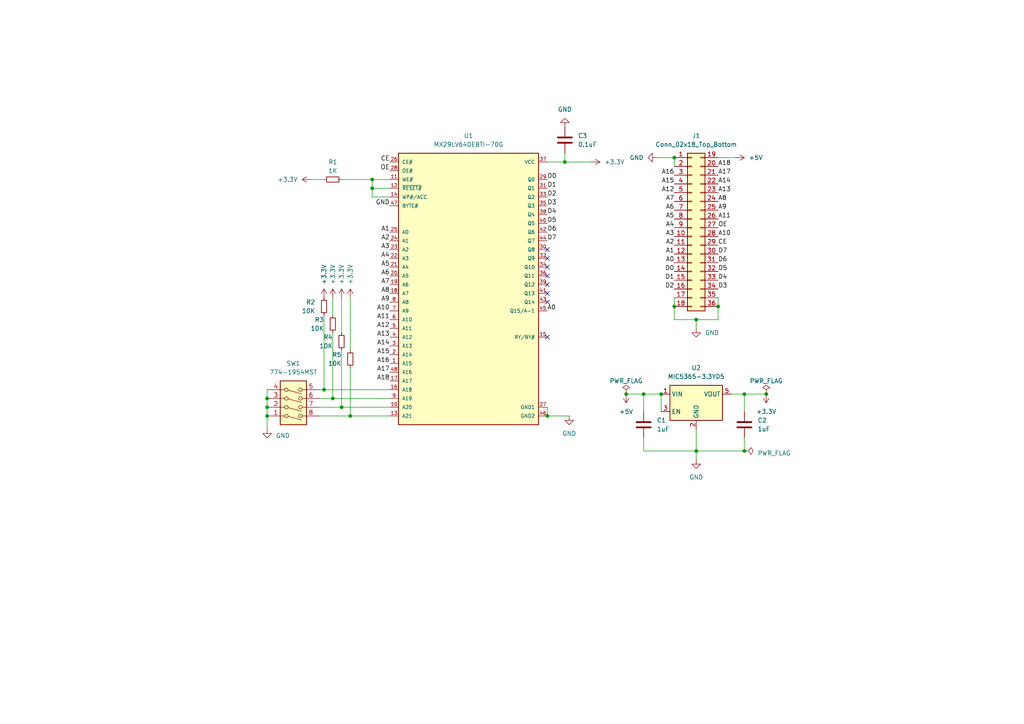
<source format=kicad_sch>
(kicad_sch (version 20231120) (generator "eeschema") (generator_version "8.0")
  (paper "A4")
  (title_block (date "2024-01-13") (rev "4"))
  (lib_symbols
    (symbol "Connector_Generic:Conn_02x18_Top_Bottom" (pin_names (offset 1.016) hide)
      (property "Reference" "J" (at 1.27 22.86 0))
      (property "Value" "Conn_02x18_Top_Bottom" (at 1.27 -25.4 0))
      (symbol "Conn_02x18_Top_Bottom_1_1"
        (rectangle (start -1.27 -22.733) (end 0 -22.987) (stroke (width 0.1524)))
        (rectangle (start -1.27 -20.193) (end 0 -20.447) (stroke (width 0.1524)))
        (rectangle (start -1.27 -17.653) (end 0 -17.907) (stroke (width 0.1524)))
        (rectangle (start -1.27 -15.113) (end 0 -15.367) (stroke (width 0.1524)))
        (rectangle (start -1.27 -12.573) (end 0 -12.827) (stroke (width 0.1524)))
        (rectangle (start -1.27 -10.033) (end 0 -10.287) (stroke (width 0.1524)))
        (rectangle (start -1.27 -7.493) (end 0 -7.747) (stroke (width 0.1524)))
        (rectangle (start -1.27 -4.953) (end 0 -5.207) (stroke (width 0.1524)))
        (rectangle (start -1.27 -2.413) (end 0 -2.667) (stroke (width 0.1524)))
        (rectangle (start -1.27 0.127) (end 0 -0.127) (stroke (width 0.1524)))
        (rectangle (start -1.27 2.667) (end 0 2.413) (stroke (width 0.1524)))
        (rectangle (start -1.27 5.207) (end 0 4.953) (stroke (width 0.1524)))
        (rectangle (start -1.27 7.747) (end 0 7.493) (stroke (width 0.1524)))
        (rectangle (start -1.27 10.287) (end 0 10.033) (stroke (width 0.1524)))
        (rectangle (start -1.27 12.827) (end 0 12.573) (stroke (width 0.1524)))
        (rectangle (start -1.27 15.367) (end 0 15.113) (stroke (width 0.1524)))
        (rectangle (start -1.27 17.907) (end 0 17.653) (stroke (width 0.1524)))
        (rectangle (start -1.27 20.447) (end 0 20.193) (stroke (width 0.1524)))
        (rectangle (start -1.27 21.59) (end 3.81 -24.13) (stroke (width 0.254)) (fill (type background)))
        (rectangle (start 3.81 -22.733) (end 2.54 -22.987) (stroke (width 0.1524)))
        (rectangle (start 3.81 -20.193) (end 2.54 -20.447) (stroke (width 0.1524)))
        (rectangle (start 3.81 -17.653) (end 2.54 -17.907) (stroke (width 0.1524)))
        (rectangle (start 3.81 -15.113) (end 2.54 -15.367) (stroke (width 0.1524)))
        (rectangle (start 3.81 -12.573) (end 2.54 -12.827) (stroke (width 0.1524)))
        (rectangle (start 3.81 -10.033) (end 2.54 -10.287) (stroke (width 0.1524)))
        (rectangle (start 3.81 -7.493) (end 2.54 -7.747) (stroke (width 0.1524)))
        (rectangle (start 3.81 -4.953) (end 2.54 -5.207) (stroke (width 0.1524)))
        (rectangle (start 3.81 -2.413) (end 2.54 -2.667) (stroke (width 0.1524)))
        (rectangle (start 3.81 0.127) (end 2.54 -0.127) (stroke (width 0.1524)))
        (rectangle (start 3.81 2.667) (end 2.54 2.413) (stroke (width 0.1524)))
        (rectangle (start 3.81 5.207) (end 2.54 4.953) (stroke (width 0.1524)))
        (rectangle (start 3.81 7.747) (end 2.54 7.493) (stroke (width 0.1524)))
        (rectangle (start 3.81 10.287) (end 2.54 10.033) (stroke (width 0.1524)))
        (rectangle (start 3.81 12.827) (end 2.54 12.573) (stroke (width 0.1524)))
        (rectangle (start 3.81 15.367) (end 2.54 15.113) (stroke (width 0.1524)))
        (rectangle (start 3.81 17.907) (end 2.54 17.653) (stroke (width 0.1524)))
        (rectangle (start 3.81 20.447) (end 2.54 20.193) (stroke (width 0.1524)))
        (pin passive line (at -5.08 20.32 0) (length 3.81) (name "Pin_1") (number "1"))
        (pin passive line (at -5.08 -2.54 0) (length 3.81) (name "Pin_10") (number "10"))
        (pin passive line (at -5.08 -5.08 0) (length 3.81) (name "Pin_11") (number "11"))
        (pin passive line (at -5.08 -7.62 0) (length 3.81) (name "Pin_12") (number "12"))
        (pin passive line (at -5.08 -10.16 0) (length 3.81) (name "Pin_13") (number "13"))
        (pin passive line (at -5.08 -12.7 0) (length 3.81) (name "Pin_14") (number "14"))
        (pin passive line (at -5.08 -15.24 0) (length 3.81) (name "Pin_15") (number "15"))
        (pin passive line (at -5.08 -17.78 0) (length 3.81) (name "Pin_16") (number "16"))
        (pin passive line (at -5.08 -20.32 0) (length 3.81) (name "Pin_17") (number "17"))
        (pin passive line (at -5.08 -22.86 0) (length 3.81) (name "Pin_18") (number "18"))
        (pin passive line (at 7.62 20.32 180) (length 3.81) (name "Pin_19") (number "19"))
        (pin passive line (at -5.08 17.78 0) (length 3.81) (name "Pin_2") (number "2"))
        (pin passive line (at 7.62 17.78 180) (length 3.81) (name "Pin_20") (number "20"))
        (pin passive line (at 7.62 15.24 180) (length 3.81) (name "Pin_21") (number "21"))
        (pin passive line (at 7.62 12.7 180) (length 3.81) (name "Pin_22") (number "22"))
        (pin passive line (at 7.62 10.16 180) (length 3.81) (name "Pin_23") (number "23"))
        (pin passive line (at 7.62 7.62 180) (length 3.81) (name "Pin_24") (number "24"))
        (pin passive line (at 7.62 5.08 180) (length 3.81) (name "Pin_25") (number "25"))
        (pin passive line (at 7.62 2.54 180) (length 3.81) (name "Pin_26") (number "26"))
        (pin passive line (at 7.62 0 180) (length 3.81) (name "Pin_27") (number "27"))
        (pin passive line (at 7.62 -2.54 180) (length 3.81) (name "Pin_28") (number "28"))
        (pin passive line (at 7.62 -5.08 180) (length 3.81) (name "Pin_29") (number "29"))
        (pin passive line (at -5.08 15.24 0) (length 3.81) (name "Pin_3") (number "3"))
        (pin passive line (at 7.62 -7.62 180) (length 3.81) (name "Pin_30") (number "30"))
        (pin passive line (at 7.62 -10.16 180) (length 3.81) (name "Pin_31") (number "31"))
        (pin passive line (at 7.62 -12.7 180) (length 3.81) (name "Pin_32") (number "32"))
        (pin passive line (at 7.62 -15.24 180) (length 3.81) (name "Pin_33") (number "33"))
        (pin passive line (at 7.62 -17.78 180) (length 3.81) (name "Pin_34") (number "34"))
        (pin passive line (at 7.62 -20.32 180) (length 3.81) (name "Pin_35") (number "35"))
        (pin passive line (at 7.62 -22.86 180) (length 3.81) (name "Pin_36") (number "36"))
        (pin passive line (at -5.08 12.7 0) (length 3.81) (name "Pin_4") (number "4"))
        (pin passive line (at -5.08 10.16 0) (length 3.81) (name "Pin_5") (number "5"))
        (pin passive line (at -5.08 7.62 0) (length 3.81) (name "Pin_6") (number "6"))
        (pin passive line (at -5.08 5.08 0) (length 3.81) (name "Pin_7") (number "7"))
        (pin passive line (at -5.08 2.54 0) (length 3.81) (name "Pin_8") (number "8"))
        (pin passive line (at -5.08 0 0) (length 3.81) (name "Pin_9") (number "9"))
      )
    )
    (symbol "Device:C" (pin_numbers hide) (pin_names (offset 0.254))
      (property "Reference" "C" (at 0.635 2.54 0))
      (property "Value" "C" (at 0.635 -2.54 0))
      (symbol "C_0_1"
        (polyline (pts (xy -2.032 -0.762) (xy 2.032 -0.762)) (stroke (width 0.508)))
        (polyline (pts (xy -2.032 0.762) (xy 2.032 0.762)) (stroke (width 0.508)))
      )
      (symbol "C_1_1"
        (pin passive line (at 0 3.81 270) (length 2.794) (name "~") (number "1"))
        (pin passive line (at 0 -3.81 90) (length 2.794) (name "~") (number "2"))
      )
    )
    (symbol "Device:R_Small" (pin_numbers hide) (pin_names (offset 0.254) hide)
      (property "Reference" "R" (at 0.762 0.508 0))
      (property "Value" "R_Small" (at 0.762 -1.016 0))
      (symbol "R_Small_0_1"
        (rectangle (start -0.762 1.778) (end 0.762 -1.778) (stroke (width 0.2032)))
      )
      (symbol "R_Small_1_1"
        (pin passive line (at 0 2.54 270) (length 0.762) (name "~") (number "1"))
        (pin passive line (at 0 -2.54 90) (length 0.762) (name "~") (number "2"))
      )
    )
    (symbol "Regulator_Linear:MIC5365-3.3YD5"
      (property "Reference" "U" (at -7.62 6.35 0))
      (property "Value" "MIC5365-3.3YD5" (at 0 6.35 0))
      (symbol "MIC5365-3.3YD5_0_1"
        (rectangle (start -7.62 -5.08) (end 7.62 5.08) (stroke (width 0.254)) (fill (type background)))
      )
      (symbol "MIC5365-3.3YD5_1_1"
        (pin power_in line (at -10.16 2.54 0) (length 2.54) (name "VIN") (number "1"))
        (pin power_in line (at 0 -7.62 90) (length 2.54) (name "GND") (number "2"))
        (pin input line (at -10.16 -2.54 0) (length 2.54) (name "EN") (number "3"))
        (pin no_connect line (at 7.62 -2.54 180) (length 2.54) hide (name "NC") (number "4"))
        (pin power_out line (at 10.16 2.54 180) (length 2.54) (name "VOUT") (number "5"))
      )
    )
    (symbol "Switch:SW_DIP_x04" (pin_names (offset 0) hide)
      (property "Reference" "SW" (at 0 8.89 0))
      (property "Value" "SW_DIP_x04" (at 0 -6.35 0))
      (symbol "SW_DIP_x04_0_0"
        (circle (center -2.032 -2.54) (radius 0.508))
        (circle (center -2.032 0) (radius 0.508))
        (circle (center -2.032 2.54) (radius 0.508))
        (circle (center -2.032 5.08) (radius 0.508))
        (polyline (pts (xy -1.524 -2.3876) (xy 2.3622 -1.3462)))
        (polyline (pts (xy -1.524 0.127) (xy 2.3622 1.1684)))
        (polyline (pts (xy -1.524 2.667) (xy 2.3622 3.7084)))
        (polyline (pts (xy -1.524 5.207) (xy 2.3622 6.2484)))
        (circle (center 2.032 -2.54) (radius 0.508))
        (circle (center 2.032 0) (radius 0.508))
        (circle (center 2.032 2.54) (radius 0.508))
        (circle (center 2.032 5.08) (radius 0.508))
      )
      (symbol "SW_DIP_x04_0_1"
        (rectangle (start -3.81 7.62) (end 3.81 -5.08) (stroke (width 0.254)) (fill (type background)))
      )
      (symbol "SW_DIP_x04_1_1"
        (pin passive line (at -7.62 5.08 0) (length 5.08) (name "~") (number "1"))
        (pin passive line (at -7.62 2.54 0) (length 5.08) (name "~") (number "2"))
        (pin passive line (at -7.62 0 0) (length 5.08) (name "~") (number "3"))
        (pin passive line (at -7.62 -2.54 0) (length 5.08) (name "~") (number "4"))
        (pin passive line (at 7.62 -2.54 180) (length 5.08) (name "~") (number "5"))
        (pin passive line (at 7.62 0 180) (length 5.08) (name "~") (number "6"))
        (pin passive line (at 7.62 2.54 180) (length 5.08) (name "~") (number "7"))
        (pin passive line (at 7.62 5.08 180) (length 5.08) (name "~") (number "8"))
      )
    )
    (symbol "power:+3.3V" (power) (pin_names (offset 0))
      (property "Value" "+3.3V" (at 0 3.556 0))
      (symbol "+3.3V_0_1"
        (polyline (pts (xy -0.762 1.27) (xy 0 2.54)))
        (polyline (pts (xy 0 0) (xy 0 2.54)))
        (polyline (pts (xy 0 2.54) (xy 0.762 1.27)))
      )
      (symbol "+3.3V_1_1"
        (pin power_in line (at 0 0 90) (length 0) hide (name "+3.3V") (number "1"))
      )
    )
    (symbol "power:+5V" (power) (pin_names (offset 0))
      (property "Value" "+5V" (at 0 3.556 0))
      (symbol "+5V_0_1"
        (polyline (pts (xy -0.762 1.27) (xy 0 2.54)))
        (polyline (pts (xy 0 0) (xy 0 2.54)))
        (polyline (pts (xy 0 2.54) (xy 0.762 1.27)))
      )
      (symbol "+5V_1_1"
        (pin power_in line (at 0 0 90) (length 0) hide (name "+5V") (number "1"))
      )
    )
    (symbol "power:GND" (power) (pin_names (offset 0))
      (property "Value" "GND" (at 0 -3.81 0))
      (symbol "GND_0_1"
        (polyline (pts (xy 0 0) (xy 0 -1.27) (xy 1.27 -1.27) (xy 0 -2.54) (xy -1.27 -1.27) (xy 0 -1.27)))
      )
      (symbol "GND_1_1"
        (pin power_in line (at 0 0 270) (length 0) hide (name "GND") (number "1"))
      )
    )
    (symbol "power:PWR_FLAG" (power) (pin_numbers hide) (pin_names (offset 0) hide)
      (property "Value" "PWR_FLAG" (at 0 3.81 0))
      (symbol "PWR_FLAG_0_0"
        (pin power_out line (at 0 0 90) (length 0) (name "pwr") (number "1"))
      )
      (symbol "PWR_FLAG_0_1"
        (polyline (pts (xy 0 0) (xy 0 1.27) (xy -1.016 1.905) (xy 0 2.54) (xy 1.016 1.905) (xy 0 1.27)))
      )
    )
    (symbol "reb-flash:MX29LV640EBTI-70G" (pin_names (offset 1.016))
      (property "Reference" "U" (at -20.3553 38.1662 0))
      (property "Value" "MX29LV640EBTI-70G" (at -20.3422 -43.2273 0))
      (symbol "MX29LV640EBTI-70G_0_0"
        (rectangle (start -20.32 -40.64) (end 20.32 38.1) (stroke (width 0.254)) (fill (type background)))
        (pin input line (at -22.86 -22.86 0) (length 2.54) (name "A15") (number "1"))
        (pin input line (at -22.86 -35.56 0) (length 2.54) (name "A20") (number "10"))
        (pin input line (at -22.86 30.48 0) (length 2.54) (name "WE#") (number "11"))
        (pin input line (at -22.86 27.94 0) (length 2.54) (name "~{RESET#}") (number "12"))
        (pin input line (at -22.86 -38.1 0) (length 2.54) (name "A21") (number "13"))
        (pin input line (at -22.86 25.4 0) (length 2.54) (name "WP#/ACC") (number "14"))
        (pin output line (at 22.86 -15.24 180) (length 2.54) (name "RY/BY#") (number "15"))
        (pin input line (at -22.86 -30.48 0) (length 2.54) (name "A18") (number "16"))
        (pin input line (at -22.86 -27.94 0) (length 2.54) (name "A17") (number "17"))
        (pin input line (at -22.86 -2.54 0) (length 2.54) (name "A7") (number "18"))
        (pin input line (at -22.86 0 0) (length 2.54) (name "A6") (number "19"))
        (pin input line (at -22.86 -20.32 0) (length 2.54) (name "A14") (number "2"))
        (pin input line (at -22.86 2.54 0) (length 2.54) (name "A5") (number "20"))
        (pin input line (at -22.86 5.08 0) (length 2.54) (name "A4") (number "21"))
        (pin input line (at -22.86 7.62 0) (length 2.54) (name "A3") (number "22"))
        (pin input line (at -22.86 10.16 0) (length 2.54) (name "A2") (number "23"))
        (pin input line (at -22.86 12.7 0) (length 2.54) (name "A1") (number "24"))
        (pin input line (at -22.86 15.24 0) (length 2.54) (name "A0") (number "25"))
        (pin input line (at -22.86 35.56 0) (length 2.54) (name "CE#") (number "26"))
        (pin output line (at 22.86 -35.56 180) (length 2.54) (name "GND1") (number "27"))
        (pin input line (at -22.86 33.02 0) (length 2.54) (name "OE#") (number "28"))
        (pin bidirectional line (at 22.86 30.48 180) (length 2.54) (name "Q0") (number "29"))
        (pin input line (at -22.86 -17.78 0) (length 2.54) (name "A13") (number "3"))
        (pin bidirectional line (at 22.86 10.16 180) (length 2.54) (name "Q8") (number "30"))
        (pin bidirectional line (at 22.86 27.94 180) (length 2.54) (name "Q1") (number "31"))
        (pin bidirectional line (at 22.86 7.62 180) (length 2.54) (name "Q9") (number "32"))
        (pin bidirectional line (at 22.86 25.4 180) (length 2.54) (name "Q2") (number "33"))
        (pin bidirectional line (at 22.86 5.08 180) (length 2.54) (name "Q10") (number "34"))
        (pin bidirectional line (at 22.86 22.86 180) (length 2.54) (name "Q3") (number "35"))
        (pin bidirectional line (at 22.86 2.54 180) (length 2.54) (name "Q11") (number "36"))
        (pin power_in line (at 22.86 35.56 180) (length 2.54) (name "VCC") (number "37"))
        (pin bidirectional line (at 22.86 20.32 180) (length 2.54) (name "Q4") (number "38"))
        (pin bidirectional line (at 22.86 0 180) (length 2.54) (name "Q12") (number "39"))
        (pin input line (at -22.86 -15.24 0) (length 2.54) (name "A12") (number "4"))
        (pin bidirectional line (at 22.86 17.78 180) (length 2.54) (name "Q5") (number "40"))
        (pin bidirectional line (at 22.86 -2.54 180) (length 2.54) (name "Q13") (number "41"))
        (pin bidirectional line (at 22.86 15.24 180) (length 2.54) (name "Q6") (number "42"))
        (pin bidirectional line (at 22.86 -5.08 180) (length 2.54) (name "Q14") (number "43"))
        (pin bidirectional line (at 22.86 12.7 180) (length 2.54) (name "Q7") (number "44"))
        (pin bidirectional line (at 22.86 -7.62 180) (length 2.54) (name "Q15/A-1") (number "45"))
        (pin output line (at 22.86 -38.1 180) (length 2.54) (name "GND2") (number "46"))
        (pin input line (at -22.86 22.86 0) (length 2.54) (name "BYTE#") (number "47"))
        (pin input line (at -22.86 -25.4 0) (length 2.54) (name "A16") (number "48"))
        (pin input line (at -22.86 -12.7 0) (length 2.54) (name "A11") (number "5"))
        (pin input line (at -22.86 -10.16 0) (length 2.54) (name "A10") (number "6"))
        (pin input line (at -22.86 -7.62 0) (length 2.54) (name "A9") (number "7"))
        (pin input line (at -22.86 -5.08 0) (length 2.54) (name "A8") (number "8"))
        (pin input line (at -22.86 -33.02 0) (length 2.54) (name "A19") (number "9"))
      )
    )
  )
  (junction (at 99.06 118.11))
  (junction (at 77.47 118.11))
  (junction (at 101.6 120.65))
  (junction (at 181.61 114.3))
  (junction (at 158.75 120.65))
  (junction (at 195.58 45.72))
  (junction (at 93.98 113.03))
  (junction (at 201.93 92.71))
  (junction (at 195.58 88.9))
  (junction (at 107.95 54.61))
  (junction (at 191.77 114.3))
  (junction (at 96.52 115.57))
  (junction (at 77.47 120.65))
  (junction (at 222.25 114.3))
  (junction (at 215.9 130.81))
  (junction (at 107.95 52.07))
  (junction (at 186.69 114.3))
  (junction (at 77.47 115.57))
  (junction (at 215.9 114.3))
  (junction (at 163.83 46.99))
  (junction (at 208.28 88.9))
  (junction (at 201.93 130.81))
  (no_connect (at 158.75 97.79))
  (no_connect (at 158.75 87.63))
  (no_connect (at 158.75 72.39))
  (no_connect (at 158.75 74.93))
  (no_connect (at 158.75 77.47))
  (no_connect (at 158.75 80.01))
  (no_connect (at 158.75 82.55))
  (no_connect (at 158.75 85.09))
  (wire (pts (xy 201.93 92.71) (xy 201.93 95.25)))
  (wire (pts (xy 212.09 114.3) (xy 215.9 114.3)))
  (wire (pts (xy 195.58 88.9) (xy 195.58 92.71)))
  (wire (pts (xy 77.47 115.57) (xy 77.47 118.11)))
  (wire (pts (xy 201.93 130.81) (xy 215.9 130.81)))
  (wire (pts (xy 107.95 54.61) (xy 113.03 54.61)))
  (wire (pts (xy 99.06 101.6) (xy 99.06 118.11)))
  (wire (pts (xy 181.61 114.3) (xy 186.69 114.3)))
  (wire (pts (xy 92.71 120.65) (xy 101.6 120.65)))
  (wire (pts (xy 215.9 130.81) (xy 215.9 127)))
  (wire (pts (xy 195.58 92.71) (xy 201.93 92.71)))
  (wire (pts (xy 195.58 86.36) (xy 195.58 88.9)))
  (wire (pts (xy 186.69 127) (xy 186.69 130.81)))
  (wire (pts (xy 77.47 118.11) (xy 77.47 120.65)))
  (wire (pts (xy 208.28 92.71) (xy 201.93 92.71)))
  (wire (pts (xy 186.69 114.3) (xy 191.77 114.3)))
  (wire (pts (xy 107.95 52.07) (xy 113.03 52.07)))
  (wire (pts (xy 191.77 114.3) (xy 191.77 119.38)))
  (wire (pts (xy 107.95 57.15) (xy 107.95 54.61)))
  (wire (pts (xy 158.75 120.65) (xy 165.1 120.65)))
  (wire (pts (xy 93.98 113.03) (xy 113.03 113.03)))
  (wire (pts (xy 208.28 45.72) (xy 213.36 45.72)))
  (wire (pts (xy 96.52 96.52) (xy 96.52 115.57)))
  (wire (pts (xy 93.98 91.44) (xy 93.98 113.03)))
  (wire (pts (xy 92.71 118.11) (xy 99.06 118.11)))
  (wire (pts (xy 171.45 46.99) (xy 163.83 46.99)))
  (wire (pts (xy 195.58 48.26) (xy 195.58 45.72)))
  (wire (pts (xy 186.69 114.3) (xy 186.69 119.38)))
  (wire (pts (xy 201.93 133.35) (xy 201.93 130.81)))
  (wire (pts (xy 101.6 106.68) (xy 101.6 120.65)))
  (wire (pts (xy 158.75 118.11) (xy 158.75 120.65)))
  (wire (pts (xy 163.83 44.45) (xy 163.83 46.99)))
  (wire (pts (xy 90.17 52.07) (xy 93.98 52.07)))
  (wire (pts (xy 77.47 124.46) (xy 77.47 120.65)))
  (wire (pts (xy 101.6 86.36) (xy 101.6 101.6)))
  (wire (pts (xy 201.93 130.81) (xy 201.93 124.46)))
  (wire (pts (xy 163.83 46.99) (xy 158.75 46.99)))
  (wire (pts (xy 96.52 115.57) (xy 113.03 115.57)))
  (wire (pts (xy 99.06 118.11) (xy 113.03 118.11)))
  (wire (pts (xy 92.71 115.57) (xy 96.52 115.57)))
  (wire (pts (xy 186.69 130.81) (xy 201.93 130.81)))
  (wire (pts (xy 113.03 57.15) (xy 107.95 57.15)))
  (wire (pts (xy 215.9 119.38) (xy 215.9 114.3)))
  (wire (pts (xy 77.47 113.03) (xy 77.47 115.57)))
  (wire (pts (xy 107.95 54.61) (xy 107.95 52.07)))
  (wire (pts (xy 215.9 114.3) (xy 222.25 114.3)))
  (wire (pts (xy 99.06 52.07) (xy 107.95 52.07)))
  (wire (pts (xy 190.5 45.72) (xy 195.58 45.72)))
  (wire (pts (xy 92.71 113.03) (xy 93.98 113.03)))
  (wire (pts (xy 101.6 120.65) (xy 113.03 120.65)))
  (wire (pts (xy 96.52 86.36) (xy 96.52 91.44)))
  (wire (pts (xy 99.06 86.36) (xy 99.06 96.52)))
  (wire (pts (xy 208.28 86.36) (xy 208.28 88.9)))
  (wire (pts (xy 208.28 88.9) (xy 208.28 92.71)))
  (label "A8" (at 113.03 85.09 180))
  (label "D3" (at 158.75 59.69 0))
  (label "A1" (at 113.03 67.31 180))
  (label "A5" (at 195.58 63.5 180))
  (label "A3" (at 195.58 68.58 180))
  (label "A15" (at 113.03 102.87 180))
  (label "A14" (at 113.03 100.33 180))
  (label "A13" (at 113.03 97.79 180))
  (label "A0" (at 195.58 76.2 180))
  (label "D6" (at 208.28 76.2 0))
  (label "A17" (at 208.28 50.8 0))
  (label "D7" (at 158.75 69.85 0))
  (label "A7" (at 113.03 82.55 180))
  (label "D0" (at 195.58 78.74 180))
  (label "A4" (at 195.58 66.04 180))
  (label "A1" (at 195.58 73.66 180))
  (label "D1" (at 195.58 81.28 180))
  (label "D3" (at 208.28 83.82 0))
  (label "A18" (at 208.28 48.26 0))
  (label "CE" (at 113.03 46.99 180))
  (label "D2" (at 158.75 57.15 0))
  (label "A4" (at 113.03 74.93 180))
  (label "A17" (at 113.03 107.95 180))
  (label "A13" (at 208.28 55.88 0))
  (label "A6" (at 195.58 60.96 180))
  (label "CE" (at 208.28 71.12 0))
  (label "A12" (at 113.03 95.25 180))
  (label "OE" (at 113.03 49.53 180))
  (label "A15" (at 195.58 53.34 180))
  (label "D4" (at 208.28 81.28 0))
  (label "A18" (at 113.03 110.49 180))
  (label "A9" (at 113.03 87.63 180))
  (label "A16" (at 113.03 105.41 180))
  (label "A9" (at 208.28 60.96 0))
  (label "A3" (at 113.03 72.39 180))
  (label "A10" (at 113.03 90.17 180))
  (label "A14" (at 208.28 53.34 0))
  (label "A0" (at 158.75 90.17 0))
  (label "A7" (at 195.58 58.42 180))
  (label "D2" (at 195.58 83.82 180))
  (label "D5" (at 158.75 64.77 0))
  (label "GND" (at 113.03 59.69 180))
  (label "A11" (at 208.28 63.5 0))
  (label "A2" (at 113.03 69.85 180))
  (label "A12" (at 195.58 55.88 180))
  (label "D0" (at 158.75 52.07 0))
  (label "A2" (at 195.58 71.12 180))
  (label "A11" (at 113.03 92.71 180))
  (label "OE" (at 208.28 66.04 0))
  (label "D6" (at 158.75 67.31 0))
  (label "D1" (at 158.75 54.61 0))
  (label "A8" (at 208.28 58.42 0))
  (label "A6" (at 113.03 80.01 180))
  (label "D7" (at 208.28 73.66 0))
  (label "A16" (at 195.58 50.8 180))
  (label "D5" (at 208.28 78.74 0))
  (label "A10" (at 208.28 68.58 0))
  (label "A5" (at 113.03 77.47 180))
  (label "D4" (at 158.75 62.23 0))
  (symbol (lib_id "power:+3.3V") (at 101.6 86.36 0) (unit 1)
    (property "Reference" "#PWR04" (effects (hide yes)))
    (property "Value" "+3.3V" (at 101.6001 82.55 90) (effects (justify left)))
  )
  (symbol (lib_id "power:+3.3V") (at 96.52 86.36 0) (unit 1)
    (property "Reference" "#PWR02" (effects (hide yes)))
    (property "Value" "+3.3V" (at 96.5201 82.55 90) (effects (justify left)))
  )
  (symbol (lib_id "power:+3.3V") (at 171.45 46.99 270) (unit 1)
    (property "Reference" "#PWR0109" (effects (hide yes)))
    (property "Value" "+3.3V" (at 175.26 46.9899 90) (effects (justify left)))
  )
  (symbol (lib_id "Device:C") (at 215.9 123.19 0) (unit 1)
    (property "Reference" "C2" (at 219.71 121.9199 0) (effects (justify left)))
    (property "Value" "1uF" (at 219.71 124.4599 0) (effects (justify left)))
    (property "Footprint" "Capacitor_SMD:C_0805_2012Metric_Pad1.18x1.45mm_HandSolder" (effects (hide yes)))
  )
  (symbol (lib_id "Device:R_Small") (at 93.98 88.9 0) (mirror y) (unit 1)
    (property "Reference" "R2" (at 91.44 87.63 0) (effects (justify left)))
    (property "Value" "10K" (at 91.44 90.17 0) (effects (justify left)))
    (property "Footprint" "Resistor_SMD:R_0805_2012Metric_Pad1.20x1.40mm_HandSolder" (effects (hide yes)))
  )
  (symbol (lib_id "power:PWR_FLAG") (at 222.25 114.3 0) (unit 1)
    (property "Reference" "#FLG02" (effects (hide yes)))
    (property "Value" "PWR_FLAG" (at 222.25 110.49 0))
  )
  (symbol (lib_id "power:+3.3V") (at 90.17 52.07 90) (mirror x) (unit 1)
    (property "Reference" "#PWR05" (effects (hide yes)))
    (property "Value" "+3.3V" (at 86.36 52.0699 90) (effects (justify left)))
  )
  (symbol (lib_id "Device:R_Small") (at 99.06 99.06 0) (mirror y) (unit 1)
    (property "Reference" "R4" (at 96.52 97.79 0) (effects (justify left)))
    (property "Value" "10K" (at 96.52 100.33 0) (effects (justify left)))
    (property "Footprint" "Resistor_SMD:R_0805_2012Metric_Pad1.20x1.40mm_HandSolder" (effects (hide yes)))
  )
  (symbol (lib_id "Connector_Generic:Conn_02x18_Top_Bottom") (at 200.66 66.04 0) (unit 1)
    (property "Reference" "J1" (at 201.93 39.37 0))
    (property "Value" "Conn_02x18_Top_Bottom" (at 201.93 41.91 0))
    (property "Footprint" "reb-edge:REB_EdgeConnector_36pin" (effects (hide yes)))
  )
  (symbol (lib_id "power:GND") (at 201.93 95.25 0) (unit 1)
    (property "Reference" "#PWR0101" (effects (hide yes)))
    (property "Value" "GND" (at 204.47 96.5199 0) (effects (justify left)))
  )
  (symbol (lib_id "power:+5V") (at 181.61 114.3 180) (unit 1)
    (property "Reference" "#PWR0102" (effects (hide yes)))
    (property "Value" "+5V" (at 181.61 119.38 0))
  )
  (symbol (lib_id "Switch:SW_DIP_x04") (at 85.09 115.57 0) (mirror x) (unit 1)
    (property "Reference" "SW1" (at 85.09 105.41 0))
    (property "Value" "774-1954MST" (at 85.09 107.95 0))
    (property "Footprint" "Package_DIP:DIP-8_W7.62mm" (effects (hide yes)))
  )
  (symbol (lib_id "power:GND") (at 190.5 45.72 270) (unit 1)
    (property "Reference" "#PWR0107" (effects (hide yes)))
    (property "Value" "GND" (at 186.69 45.7199 90) (effects (justify right)))
  )
  (symbol (lib_id "power:GND") (at 165.1 120.65 0) (unit 1)
    (property "Reference" "#PWR0110" (effects (hide yes)))
    (property "Value" "GND" (at 165.1 125.73 0))
  )
  (symbol (lib_id "power:+3.3V") (at 93.98 86.36 0) (unit 1)
    (property "Reference" "#PWR0108" (effects (hide yes)))
    (property "Value" "+3.3V" (at 93.9801 82.55 90) (effects (justify left)))
  )
  (symbol (lib_id "power:GND") (at 77.47 124.46 0) (unit 1)
    (property "Reference" "#PWR0104" (effects (hide yes)))
    (property "Value" "GND" (at 80.01 126.365 0) (effects (justify left)))
  )
  (symbol (lib_id "power:GND") (at 201.93 133.35 0) (unit 1)
    (property "Reference" "#PWR0105" (effects (hide yes)))
    (property "Value" "GND" (at 201.93 138.43 0))
  )
  (symbol (lib_id "Device:R_Small") (at 96.52 93.98 0) (mirror y) (unit 1)
    (property "Reference" "R3" (at 93.98 92.71 0) (effects (justify left)))
    (property "Value" "10K" (at 93.98 95.25 0) (effects (justify left)))
    (property "Footprint" "Resistor_SMD:R_0805_2012Metric_Pad1.20x1.40mm_HandSolder" (effects (hide yes)))
  )
  (symbol (lib_id "power:+5V") (at 213.36 45.72 270) (unit 1)
    (property "Reference" "#PWR0106" (effects (hide yes)))
    (property "Value" "+5V" (at 217.17 45.7199 90) (effects (justify left)))
  )
  (symbol (lib_id "Device:C") (at 163.83 40.64 0) (unit 1)
    (property "Reference" "C3" (at 167.64 39.37 0) (effects (justify left)))
    (property "Value" "0.1uF" (at 167.64 41.91 0) (effects (justify left)))
    (property "Footprint" "Capacitor_SMD:C_0805_2012Metric_Pad1.18x1.45mm_HandSolder" (effects (hide yes)))
  )
  (symbol (lib_id "Device:C") (at 186.69 123.19 0) (unit 1)
    (property "Reference" "C1" (at 190.5 121.9199 0) (effects (justify left)))
    (property "Value" "1uF" (at 190.5 124.4599 0) (effects (justify left)))
    (property "Footprint" "Capacitor_SMD:C_0805_2012Metric_Pad1.18x1.45mm_HandSolder" (effects (hide yes)))
  )
  (symbol (lib_id "Regulator_Linear:MIC5365-3.3YD5") (at 201.93 116.84 0) (unit 1)
    (property "Reference" "U2" (at 201.93 106.68 0))
    (property "Value" "MIC5365-3.3YD5" (at 201.93 109.22 0))
    (property "Footprint" "Package_TO_SOT_SMD:SOT-23-5" (effects (hide yes)))
    (property "Datasheet" "http://ww1.microchip.com/downloads/en/DeviceDoc/mic5365.pdf" (effects (hide yes)))
  )
  (symbol (lib_id "power:+3.3V") (at 99.06 86.36 0) (unit 1)
    (property "Reference" "#PWR03" (effects (hide yes)))
    (property "Value" "+3.3V" (at 99.0601 82.55 90) (effects (justify left)))
  )
  (symbol (lib_id "power:+3.3V") (at 222.25 114.3 180) (unit 1)
    (property "Reference" "#PWR0103" (effects (hide yes)))
    (property "Value" "+3.3V" (at 222.25 119.38 0))
  )
  (symbol (lib_id "power:GND") (at 163.83 36.83 180) (unit 1)
    (property "Reference" "#PWR01" (effects (hide yes)))
    (property "Value" "GND" (at 163.83 31.75 0))
  )
  (symbol (lib_id "Device:R_Small") (at 96.52 52.07 90) (unit 1)
    (property "Reference" "R1" (at 96.52 46.99 90))
    (property "Value" "1K" (at 96.52 49.53 90))
    (property "Footprint" "Resistor_SMD:R_0805_2012Metric_Pad1.20x1.40mm_HandSolder" (effects (hide yes)))
  )
  (symbol (lib_id "power:PWR_FLAG") (at 181.61 114.3 0) (unit 1)
    (property "Reference" "#FLG01" (effects (hide yes)))
    (property "Value" "PWR_FLAG" (at 181.61 110.49 0))
  )
  (symbol (lib_id "power:PWR_FLAG") (at 215.9 130.81 270) (unit 1)
    (property "Reference" "#FLG03" (effects (hide yes)))
    (property "Value" "PWR_FLAG" (at 219.71 131.445 90) (effects (justify left)))
  )
  (symbol (lib_id "reb-flash:MX29LV640EBTI-70G") (at 135.89 82.55 0) (unit 1)
    (property "Reference" "U1" (at 135.89 39.37 0))
    (property "Value" "MX29LV640EBTI-70G" (at 135.89 41.91 0))
    (property "Footprint" "reb-flash:SOP50P2000X120-48N" (effects (hide yes)))
    (property "MANUFACTURER" "macronix" (effects (hide yes)))
  )
  (symbol (lib_id "Device:R_Small") (at 101.6 104.14 0) (mirror y) (unit 1)
    (property "Reference" "R5" (at 99.06 102.87 0) (effects (justify left)))
    (property "Value" "10K" (at 99.06 105.41 0) (effects (justify left)))
    (property "Footprint" "Resistor_SMD:R_0805_2012Metric_Pad1.20x1.40mm_HandSolder" (effects (hide yes)))
  )
)
</source>
